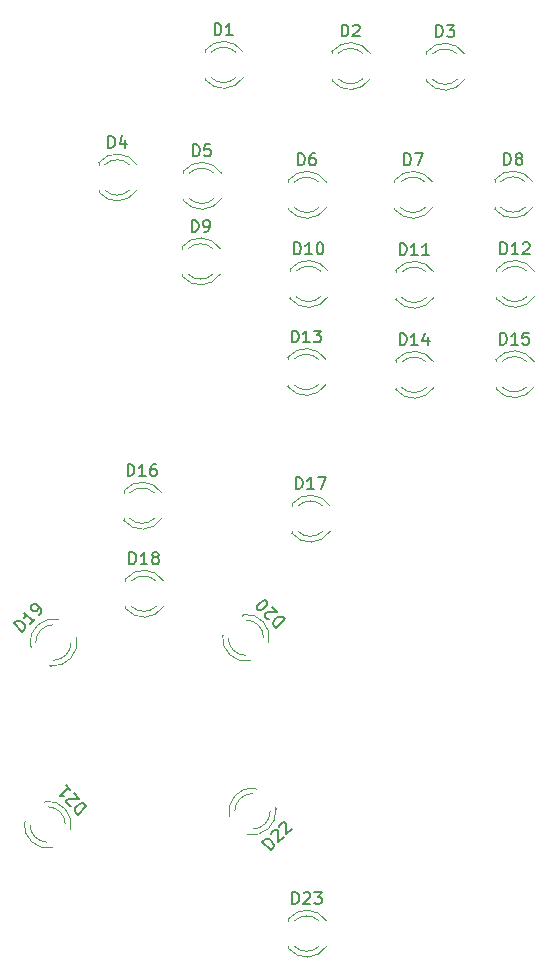
<source format=gbr>
%TF.GenerationSoftware,KiCad,Pcbnew,(6.0.7-1)-1*%
%TF.CreationDate,2023-10-29T11:46:33+10:00*%
%TF.ProjectId,Landing Gear Panel PCB V2,4c616e64-696e-4672-9047-656172205061,rev?*%
%TF.SameCoordinates,Original*%
%TF.FileFunction,Legend,Top*%
%TF.FilePolarity,Positive*%
%FSLAX46Y46*%
G04 Gerber Fmt 4.6, Leading zero omitted, Abs format (unit mm)*
G04 Created by KiCad (PCBNEW (6.0.7-1)-1) date 2023-10-29 11:46:33*
%MOMM*%
%LPD*%
G01*
G04 APERTURE LIST*
%ADD10C,0.150000*%
%ADD11C,0.120000*%
G04 APERTURE END LIST*
D10*
%TO.C,D1*%
X84756904Y-40342380D02*
X84756904Y-39342380D01*
X84995000Y-39342380D01*
X85137857Y-39390000D01*
X85233095Y-39485238D01*
X85280714Y-39580476D01*
X85328333Y-39770952D01*
X85328333Y-39913809D01*
X85280714Y-40104285D01*
X85233095Y-40199523D01*
X85137857Y-40294761D01*
X84995000Y-40342380D01*
X84756904Y-40342380D01*
X86280714Y-40342380D02*
X85709285Y-40342380D01*
X85995000Y-40342380D02*
X85995000Y-39342380D01*
X85899761Y-39485238D01*
X85804523Y-39580476D01*
X85709285Y-39628095D01*
%TO.C,D2*%
X95506904Y-40442380D02*
X95506904Y-39442380D01*
X95745000Y-39442380D01*
X95887857Y-39490000D01*
X95983095Y-39585238D01*
X96030714Y-39680476D01*
X96078333Y-39870952D01*
X96078333Y-40013809D01*
X96030714Y-40204285D01*
X95983095Y-40299523D01*
X95887857Y-40394761D01*
X95745000Y-40442380D01*
X95506904Y-40442380D01*
X96459285Y-39537619D02*
X96506904Y-39490000D01*
X96602142Y-39442380D01*
X96840238Y-39442380D01*
X96935476Y-39490000D01*
X96983095Y-39537619D01*
X97030714Y-39632857D01*
X97030714Y-39728095D01*
X96983095Y-39870952D01*
X96411666Y-40442380D01*
X97030714Y-40442380D01*
%TO.C,D3*%
X103506904Y-40492380D02*
X103506904Y-39492380D01*
X103745000Y-39492380D01*
X103887857Y-39540000D01*
X103983095Y-39635238D01*
X104030714Y-39730476D01*
X104078333Y-39920952D01*
X104078333Y-40063809D01*
X104030714Y-40254285D01*
X103983095Y-40349523D01*
X103887857Y-40444761D01*
X103745000Y-40492380D01*
X103506904Y-40492380D01*
X104411666Y-39492380D02*
X105030714Y-39492380D01*
X104697380Y-39873333D01*
X104840238Y-39873333D01*
X104935476Y-39920952D01*
X104983095Y-39968571D01*
X105030714Y-40063809D01*
X105030714Y-40301904D01*
X104983095Y-40397142D01*
X104935476Y-40444761D01*
X104840238Y-40492380D01*
X104554523Y-40492380D01*
X104459285Y-40444761D01*
X104411666Y-40397142D01*
%TO.C,D4*%
X75754104Y-49869180D02*
X75754104Y-48869180D01*
X75992200Y-48869180D01*
X76135057Y-48916800D01*
X76230295Y-49012038D01*
X76277914Y-49107276D01*
X76325533Y-49297752D01*
X76325533Y-49440609D01*
X76277914Y-49631085D01*
X76230295Y-49726323D01*
X76135057Y-49821561D01*
X75992200Y-49869180D01*
X75754104Y-49869180D01*
X77182676Y-49202514D02*
X77182676Y-49869180D01*
X76944580Y-48821561D02*
X76706485Y-49535847D01*
X77325533Y-49535847D01*
%TO.C,D5*%
X82916904Y-50580380D02*
X82916904Y-49580380D01*
X83155000Y-49580380D01*
X83297857Y-49628000D01*
X83393095Y-49723238D01*
X83440714Y-49818476D01*
X83488333Y-50008952D01*
X83488333Y-50151809D01*
X83440714Y-50342285D01*
X83393095Y-50437523D01*
X83297857Y-50532761D01*
X83155000Y-50580380D01*
X82916904Y-50580380D01*
X84393095Y-49580380D02*
X83916904Y-49580380D01*
X83869285Y-50056571D01*
X83916904Y-50008952D01*
X84012142Y-49961333D01*
X84250238Y-49961333D01*
X84345476Y-50008952D01*
X84393095Y-50056571D01*
X84440714Y-50151809D01*
X84440714Y-50389904D01*
X84393095Y-50485142D01*
X84345476Y-50532761D01*
X84250238Y-50580380D01*
X84012142Y-50580380D01*
X83916904Y-50532761D01*
X83869285Y-50485142D01*
%TO.C,D6*%
X91806904Y-51342380D02*
X91806904Y-50342380D01*
X92045000Y-50342380D01*
X92187857Y-50390000D01*
X92283095Y-50485238D01*
X92330714Y-50580476D01*
X92378333Y-50770952D01*
X92378333Y-50913809D01*
X92330714Y-51104285D01*
X92283095Y-51199523D01*
X92187857Y-51294761D01*
X92045000Y-51342380D01*
X91806904Y-51342380D01*
X93235476Y-50342380D02*
X93045000Y-50342380D01*
X92949761Y-50390000D01*
X92902142Y-50437619D01*
X92806904Y-50580476D01*
X92759285Y-50770952D01*
X92759285Y-51151904D01*
X92806904Y-51247142D01*
X92854523Y-51294761D01*
X92949761Y-51342380D01*
X93140238Y-51342380D01*
X93235476Y-51294761D01*
X93283095Y-51247142D01*
X93330714Y-51151904D01*
X93330714Y-50913809D01*
X93283095Y-50818571D01*
X93235476Y-50770952D01*
X93140238Y-50723333D01*
X92949761Y-50723333D01*
X92854523Y-50770952D01*
X92806904Y-50818571D01*
X92759285Y-50913809D01*
%TO.C,D7*%
X100798904Y-51342380D02*
X100798904Y-50342380D01*
X101037000Y-50342380D01*
X101179857Y-50390000D01*
X101275095Y-50485238D01*
X101322714Y-50580476D01*
X101370333Y-50770952D01*
X101370333Y-50913809D01*
X101322714Y-51104285D01*
X101275095Y-51199523D01*
X101179857Y-51294761D01*
X101037000Y-51342380D01*
X100798904Y-51342380D01*
X101703666Y-50342380D02*
X102370333Y-50342380D01*
X101941761Y-51342380D01*
%TO.C,D8*%
X109270904Y-51317180D02*
X109270904Y-50317180D01*
X109509000Y-50317180D01*
X109651857Y-50364800D01*
X109747095Y-50460038D01*
X109794714Y-50555276D01*
X109842333Y-50745752D01*
X109842333Y-50888609D01*
X109794714Y-51079085D01*
X109747095Y-51174323D01*
X109651857Y-51269561D01*
X109509000Y-51317180D01*
X109270904Y-51317180D01*
X110413761Y-50745752D02*
X110318523Y-50698133D01*
X110270904Y-50650514D01*
X110223285Y-50555276D01*
X110223285Y-50507657D01*
X110270904Y-50412419D01*
X110318523Y-50364800D01*
X110413761Y-50317180D01*
X110604238Y-50317180D01*
X110699476Y-50364800D01*
X110747095Y-50412419D01*
X110794714Y-50507657D01*
X110794714Y-50555276D01*
X110747095Y-50650514D01*
X110699476Y-50698133D01*
X110604238Y-50745752D01*
X110413761Y-50745752D01*
X110318523Y-50793371D01*
X110270904Y-50840990D01*
X110223285Y-50936228D01*
X110223285Y-51126704D01*
X110270904Y-51221942D01*
X110318523Y-51269561D01*
X110413761Y-51317180D01*
X110604238Y-51317180D01*
X110699476Y-51269561D01*
X110747095Y-51221942D01*
X110794714Y-51126704D01*
X110794714Y-50936228D01*
X110747095Y-50840990D01*
X110699476Y-50793371D01*
X110604238Y-50745752D01*
%TO.C,D9*%
X82815304Y-56981180D02*
X82815304Y-55981180D01*
X83053400Y-55981180D01*
X83196257Y-56028800D01*
X83291495Y-56124038D01*
X83339114Y-56219276D01*
X83386733Y-56409752D01*
X83386733Y-56552609D01*
X83339114Y-56743085D01*
X83291495Y-56838323D01*
X83196257Y-56933561D01*
X83053400Y-56981180D01*
X82815304Y-56981180D01*
X83862923Y-56981180D02*
X84053400Y-56981180D01*
X84148638Y-56933561D01*
X84196257Y-56885942D01*
X84291495Y-56743085D01*
X84339114Y-56552609D01*
X84339114Y-56171657D01*
X84291495Y-56076419D01*
X84243876Y-56028800D01*
X84148638Y-55981180D01*
X83958161Y-55981180D01*
X83862923Y-56028800D01*
X83815304Y-56076419D01*
X83767685Y-56171657D01*
X83767685Y-56409752D01*
X83815304Y-56504990D01*
X83862923Y-56552609D01*
X83958161Y-56600228D01*
X84148638Y-56600228D01*
X84243876Y-56552609D01*
X84291495Y-56504990D01*
X84339114Y-56409752D01*
%TO.C,D10*%
X91471514Y-58886380D02*
X91471514Y-57886380D01*
X91709609Y-57886380D01*
X91852466Y-57934000D01*
X91947704Y-58029238D01*
X91995323Y-58124476D01*
X92042942Y-58314952D01*
X92042942Y-58457809D01*
X91995323Y-58648285D01*
X91947704Y-58743523D01*
X91852466Y-58838761D01*
X91709609Y-58886380D01*
X91471514Y-58886380D01*
X92995323Y-58886380D02*
X92423895Y-58886380D01*
X92709609Y-58886380D02*
X92709609Y-57886380D01*
X92614371Y-58029238D01*
X92519133Y-58124476D01*
X92423895Y-58172095D01*
X93614371Y-57886380D02*
X93709609Y-57886380D01*
X93804847Y-57934000D01*
X93852466Y-57981619D01*
X93900085Y-58076857D01*
X93947704Y-58267333D01*
X93947704Y-58505428D01*
X93900085Y-58695904D01*
X93852466Y-58791142D01*
X93804847Y-58838761D01*
X93709609Y-58886380D01*
X93614371Y-58886380D01*
X93519133Y-58838761D01*
X93471514Y-58791142D01*
X93423895Y-58695904D01*
X93376276Y-58505428D01*
X93376276Y-58267333D01*
X93423895Y-58076857D01*
X93471514Y-57981619D01*
X93519133Y-57934000D01*
X93614371Y-57886380D01*
%TO.C,D11*%
X100423714Y-58962380D02*
X100423714Y-57962380D01*
X100661809Y-57962380D01*
X100804666Y-58010000D01*
X100899904Y-58105238D01*
X100947523Y-58200476D01*
X100995142Y-58390952D01*
X100995142Y-58533809D01*
X100947523Y-58724285D01*
X100899904Y-58819523D01*
X100804666Y-58914761D01*
X100661809Y-58962380D01*
X100423714Y-58962380D01*
X101947523Y-58962380D02*
X101376095Y-58962380D01*
X101661809Y-58962380D02*
X101661809Y-57962380D01*
X101566571Y-58105238D01*
X101471333Y-58200476D01*
X101376095Y-58248095D01*
X102899904Y-58962380D02*
X102328476Y-58962380D01*
X102614190Y-58962380D02*
X102614190Y-57962380D01*
X102518952Y-58105238D01*
X102423714Y-58200476D01*
X102328476Y-58248095D01*
%TO.C,D12*%
X108946714Y-58886380D02*
X108946714Y-57886380D01*
X109184809Y-57886380D01*
X109327666Y-57934000D01*
X109422904Y-58029238D01*
X109470523Y-58124476D01*
X109518142Y-58314952D01*
X109518142Y-58457809D01*
X109470523Y-58648285D01*
X109422904Y-58743523D01*
X109327666Y-58838761D01*
X109184809Y-58886380D01*
X108946714Y-58886380D01*
X110470523Y-58886380D02*
X109899095Y-58886380D01*
X110184809Y-58886380D02*
X110184809Y-57886380D01*
X110089571Y-58029238D01*
X109994333Y-58124476D01*
X109899095Y-58172095D01*
X110851476Y-57981619D02*
X110899095Y-57934000D01*
X110994333Y-57886380D01*
X111232428Y-57886380D01*
X111327666Y-57934000D01*
X111375285Y-57981619D01*
X111422904Y-58076857D01*
X111422904Y-58172095D01*
X111375285Y-58314952D01*
X110803857Y-58886380D01*
X111422904Y-58886380D01*
%TO.C,D13*%
X91280714Y-66342380D02*
X91280714Y-65342380D01*
X91518809Y-65342380D01*
X91661666Y-65390000D01*
X91756904Y-65485238D01*
X91804523Y-65580476D01*
X91852142Y-65770952D01*
X91852142Y-65913809D01*
X91804523Y-66104285D01*
X91756904Y-66199523D01*
X91661666Y-66294761D01*
X91518809Y-66342380D01*
X91280714Y-66342380D01*
X92804523Y-66342380D02*
X92233095Y-66342380D01*
X92518809Y-66342380D02*
X92518809Y-65342380D01*
X92423571Y-65485238D01*
X92328333Y-65580476D01*
X92233095Y-65628095D01*
X93137857Y-65342380D02*
X93756904Y-65342380D01*
X93423571Y-65723333D01*
X93566428Y-65723333D01*
X93661666Y-65770952D01*
X93709285Y-65818571D01*
X93756904Y-65913809D01*
X93756904Y-66151904D01*
X93709285Y-66247142D01*
X93661666Y-66294761D01*
X93566428Y-66342380D01*
X93280714Y-66342380D01*
X93185476Y-66294761D01*
X93137857Y-66247142D01*
%TO.C,D14*%
X100423714Y-66582380D02*
X100423714Y-65582380D01*
X100661809Y-65582380D01*
X100804666Y-65630000D01*
X100899904Y-65725238D01*
X100947523Y-65820476D01*
X100995142Y-66010952D01*
X100995142Y-66153809D01*
X100947523Y-66344285D01*
X100899904Y-66439523D01*
X100804666Y-66534761D01*
X100661809Y-66582380D01*
X100423714Y-66582380D01*
X101947523Y-66582380D02*
X101376095Y-66582380D01*
X101661809Y-66582380D02*
X101661809Y-65582380D01*
X101566571Y-65725238D01*
X101471333Y-65820476D01*
X101376095Y-65868095D01*
X102804666Y-65915714D02*
X102804666Y-66582380D01*
X102566571Y-65534761D02*
X102328476Y-66249047D01*
X102947523Y-66249047D01*
%TO.C,D15*%
X108907714Y-66531580D02*
X108907714Y-65531580D01*
X109145809Y-65531580D01*
X109288666Y-65579200D01*
X109383904Y-65674438D01*
X109431523Y-65769676D01*
X109479142Y-65960152D01*
X109479142Y-66103009D01*
X109431523Y-66293485D01*
X109383904Y-66388723D01*
X109288666Y-66483961D01*
X109145809Y-66531580D01*
X108907714Y-66531580D01*
X110431523Y-66531580D02*
X109860095Y-66531580D01*
X110145809Y-66531580D02*
X110145809Y-65531580D01*
X110050571Y-65674438D01*
X109955333Y-65769676D01*
X109860095Y-65817295D01*
X111336285Y-65531580D02*
X110860095Y-65531580D01*
X110812476Y-66007771D01*
X110860095Y-65960152D01*
X110955333Y-65912533D01*
X111193428Y-65912533D01*
X111288666Y-65960152D01*
X111336285Y-66007771D01*
X111383904Y-66103009D01*
X111383904Y-66341104D01*
X111336285Y-66436342D01*
X111288666Y-66483961D01*
X111193428Y-66531580D01*
X110955333Y-66531580D01*
X110860095Y-66483961D01*
X110812476Y-66436342D01*
%TO.C,D16*%
X77386314Y-77658380D02*
X77386314Y-76658380D01*
X77624409Y-76658380D01*
X77767266Y-76706000D01*
X77862504Y-76801238D01*
X77910123Y-76896476D01*
X77957742Y-77086952D01*
X77957742Y-77229809D01*
X77910123Y-77420285D01*
X77862504Y-77515523D01*
X77767266Y-77610761D01*
X77624409Y-77658380D01*
X77386314Y-77658380D01*
X78910123Y-77658380D02*
X78338695Y-77658380D01*
X78624409Y-77658380D02*
X78624409Y-76658380D01*
X78529171Y-76801238D01*
X78433933Y-76896476D01*
X78338695Y-76944095D01*
X79767266Y-76658380D02*
X79576790Y-76658380D01*
X79481552Y-76706000D01*
X79433933Y-76753619D01*
X79338695Y-76896476D01*
X79291076Y-77086952D01*
X79291076Y-77467904D01*
X79338695Y-77563142D01*
X79386314Y-77610761D01*
X79481552Y-77658380D01*
X79672028Y-77658380D01*
X79767266Y-77610761D01*
X79814885Y-77563142D01*
X79862504Y-77467904D01*
X79862504Y-77229809D01*
X79814885Y-77134571D01*
X79767266Y-77086952D01*
X79672028Y-77039333D01*
X79481552Y-77039333D01*
X79386314Y-77086952D01*
X79338695Y-77134571D01*
X79291076Y-77229809D01*
%TO.C,D17*%
X91636314Y-78758380D02*
X91636314Y-77758380D01*
X91874409Y-77758380D01*
X92017266Y-77806000D01*
X92112504Y-77901238D01*
X92160123Y-77996476D01*
X92207742Y-78186952D01*
X92207742Y-78329809D01*
X92160123Y-78520285D01*
X92112504Y-78615523D01*
X92017266Y-78710761D01*
X91874409Y-78758380D01*
X91636314Y-78758380D01*
X93160123Y-78758380D02*
X92588695Y-78758380D01*
X92874409Y-78758380D02*
X92874409Y-77758380D01*
X92779171Y-77901238D01*
X92683933Y-77996476D01*
X92588695Y-78044095D01*
X93493457Y-77758380D02*
X94160123Y-77758380D01*
X93731552Y-78758380D01*
%TO.C,D18*%
X77536314Y-85113580D02*
X77536314Y-84113580D01*
X77774409Y-84113580D01*
X77917266Y-84161200D01*
X78012504Y-84256438D01*
X78060123Y-84351676D01*
X78107742Y-84542152D01*
X78107742Y-84685009D01*
X78060123Y-84875485D01*
X78012504Y-84970723D01*
X77917266Y-85065961D01*
X77774409Y-85113580D01*
X77536314Y-85113580D01*
X79060123Y-85113580D02*
X78488695Y-85113580D01*
X78774409Y-85113580D02*
X78774409Y-84113580D01*
X78679171Y-84256438D01*
X78583933Y-84351676D01*
X78488695Y-84399295D01*
X79631552Y-84542152D02*
X79536314Y-84494533D01*
X79488695Y-84446914D01*
X79441076Y-84351676D01*
X79441076Y-84304057D01*
X79488695Y-84208819D01*
X79536314Y-84161200D01*
X79631552Y-84113580D01*
X79822028Y-84113580D01*
X79917266Y-84161200D01*
X79964885Y-84208819D01*
X80012504Y-84304057D01*
X80012504Y-84351676D01*
X79964885Y-84446914D01*
X79917266Y-84494533D01*
X79822028Y-84542152D01*
X79631552Y-84542152D01*
X79536314Y-84589771D01*
X79488695Y-84637390D01*
X79441076Y-84732628D01*
X79441076Y-84923104D01*
X79488695Y-85018342D01*
X79536314Y-85065961D01*
X79631552Y-85113580D01*
X79822028Y-85113580D01*
X79917266Y-85065961D01*
X79964885Y-85018342D01*
X80012504Y-84923104D01*
X80012504Y-84732628D01*
X79964885Y-84637390D01*
X79917266Y-84589771D01*
X79822028Y-84542152D01*
%TO.C,D19*%
X68464641Y-90839049D02*
X67757535Y-90131942D01*
X67925893Y-89963583D01*
X68060580Y-89896240D01*
X68195267Y-89896240D01*
X68296283Y-89929912D01*
X68464641Y-90030927D01*
X68565657Y-90131942D01*
X68666672Y-90300301D01*
X68700344Y-90401316D01*
X68700344Y-90536003D01*
X68633000Y-90670690D01*
X68464641Y-90839049D01*
X69542138Y-89761553D02*
X69138077Y-90165614D01*
X69340107Y-89963583D02*
X68633000Y-89256476D01*
X68666672Y-89424835D01*
X68666672Y-89559522D01*
X68633000Y-89660538D01*
X69878855Y-89424835D02*
X70013542Y-89290148D01*
X70047214Y-89189133D01*
X70047214Y-89121789D01*
X70013542Y-88953431D01*
X69912527Y-88785072D01*
X69643153Y-88515698D01*
X69542138Y-88482026D01*
X69474794Y-88482026D01*
X69373779Y-88515698D01*
X69239092Y-88650385D01*
X69205420Y-88751400D01*
X69205420Y-88818744D01*
X69239092Y-88919759D01*
X69407451Y-89088118D01*
X69508466Y-89121789D01*
X69575809Y-89121789D01*
X69676825Y-89088118D01*
X69811512Y-88953431D01*
X69845183Y-88852415D01*
X69845183Y-88785072D01*
X69811512Y-88684057D01*
%TO.C,D20*%
X90667973Y-89792138D02*
X89960866Y-90499244D01*
X89792507Y-90330886D01*
X89725164Y-90196199D01*
X89725164Y-90061512D01*
X89758836Y-89960496D01*
X89859851Y-89792138D01*
X89960866Y-89691122D01*
X90129225Y-89590107D01*
X90230240Y-89556435D01*
X90364927Y-89556435D01*
X90499614Y-89623779D01*
X90667973Y-89792138D01*
X89354774Y-89758466D02*
X89287431Y-89758466D01*
X89186416Y-89724794D01*
X89018057Y-89556435D01*
X88984385Y-89455420D01*
X88984385Y-89388077D01*
X89018057Y-89287061D01*
X89085400Y-89219718D01*
X89220087Y-89152374D01*
X90028210Y-89152374D01*
X89590477Y-88714641D01*
X88445637Y-88984015D02*
X88378294Y-88916672D01*
X88344622Y-88815657D01*
X88344622Y-88748313D01*
X88378294Y-88647298D01*
X88479309Y-88478939D01*
X88647668Y-88310580D01*
X88816026Y-88209565D01*
X88917042Y-88175893D01*
X88984385Y-88175893D01*
X89085400Y-88209565D01*
X89152744Y-88276909D01*
X89186416Y-88377924D01*
X89186416Y-88445267D01*
X89152744Y-88546283D01*
X89051729Y-88714641D01*
X88883370Y-88883000D01*
X88715011Y-88984015D01*
X88613996Y-89017687D01*
X88546652Y-89017687D01*
X88445637Y-88984015D01*
%TO.C,D21*%
X73877773Y-105608738D02*
X73170666Y-106315844D01*
X73002307Y-106147486D01*
X72934964Y-106012799D01*
X72934964Y-105878112D01*
X72968636Y-105777096D01*
X73069651Y-105608738D01*
X73170666Y-105507722D01*
X73339025Y-105406707D01*
X73440040Y-105373035D01*
X73574727Y-105373035D01*
X73709414Y-105440379D01*
X73877773Y-105608738D01*
X72564574Y-105575066D02*
X72497231Y-105575066D01*
X72396216Y-105541394D01*
X72227857Y-105373035D01*
X72194185Y-105272020D01*
X72194185Y-105204677D01*
X72227857Y-105103661D01*
X72295200Y-105036318D01*
X72429887Y-104968974D01*
X73238010Y-104968974D01*
X72800277Y-104531241D01*
X72126842Y-103857806D02*
X72530903Y-104261867D01*
X72328872Y-104059837D02*
X71621765Y-104766944D01*
X71790124Y-104733272D01*
X71924811Y-104733272D01*
X72025826Y-104766944D01*
%TO.C,D22*%
X89506261Y-109319573D02*
X88799155Y-108612466D01*
X88967513Y-108444107D01*
X89102200Y-108376764D01*
X89236887Y-108376764D01*
X89337903Y-108410436D01*
X89506261Y-108511451D01*
X89607277Y-108612466D01*
X89708292Y-108780825D01*
X89741964Y-108881840D01*
X89741964Y-109016527D01*
X89674620Y-109151214D01*
X89506261Y-109319573D01*
X89539933Y-108006374D02*
X89539933Y-107939031D01*
X89573605Y-107838016D01*
X89741964Y-107669657D01*
X89842979Y-107635985D01*
X89910322Y-107635985D01*
X90011338Y-107669657D01*
X90078681Y-107737000D01*
X90146025Y-107871687D01*
X90146025Y-108679810D01*
X90583758Y-108242077D01*
X90213368Y-107332939D02*
X90213368Y-107265596D01*
X90247040Y-107164581D01*
X90415399Y-106996222D01*
X90516414Y-106962550D01*
X90583758Y-106962550D01*
X90684773Y-106996222D01*
X90752116Y-107063565D01*
X90819460Y-107198252D01*
X90819460Y-108006374D01*
X91257193Y-107568642D01*
%TO.C,D23*%
X91330714Y-113892380D02*
X91330714Y-112892380D01*
X91568809Y-112892380D01*
X91711666Y-112940000D01*
X91806904Y-113035238D01*
X91854523Y-113130476D01*
X91902142Y-113320952D01*
X91902142Y-113463809D01*
X91854523Y-113654285D01*
X91806904Y-113749523D01*
X91711666Y-113844761D01*
X91568809Y-113892380D01*
X91330714Y-113892380D01*
X92283095Y-112987619D02*
X92330714Y-112940000D01*
X92425952Y-112892380D01*
X92664047Y-112892380D01*
X92759285Y-112940000D01*
X92806904Y-112987619D01*
X92854523Y-113082857D01*
X92854523Y-113178095D01*
X92806904Y-113320952D01*
X92235476Y-113892380D01*
X92854523Y-113892380D01*
X93187857Y-112892380D02*
X93806904Y-112892380D01*
X93473571Y-113273333D01*
X93616428Y-113273333D01*
X93711666Y-113320952D01*
X93759285Y-113368571D01*
X93806904Y-113463809D01*
X93806904Y-113701904D01*
X93759285Y-113797142D01*
X93711666Y-113844761D01*
X93616428Y-113892380D01*
X93330714Y-113892380D01*
X93235476Y-113844761D01*
X93187857Y-113797142D01*
D11*
%TO.C,D1*%
X83935000Y-41614000D02*
X83935000Y-41770000D01*
X83935000Y-43930000D02*
X83935000Y-44086000D01*
X86536130Y-41770163D02*
G75*
G03*
X84454039Y-41770000I-1041130J-1079837D01*
G01*
X84454039Y-43930000D02*
G75*
G03*
X86536130Y-43929837I1040961J1080000D01*
G01*
X83935000Y-44085516D02*
G75*
G03*
X87167335Y-43928608I1560000J1235516D01*
G01*
X87167335Y-41771392D02*
G75*
G03*
X83935000Y-41614484I-1672335J-1078608D01*
G01*
%TO.C,D2*%
X94685000Y-41714000D02*
X94685000Y-41870000D01*
X94685000Y-44030000D02*
X94685000Y-44186000D01*
X97286130Y-41870163D02*
G75*
G03*
X95204039Y-41870000I-1041130J-1079837D01*
G01*
X97917335Y-41871392D02*
G75*
G03*
X94685000Y-41714484I-1672335J-1078608D01*
G01*
X95204039Y-44030000D02*
G75*
G03*
X97286130Y-44029837I1040961J1080000D01*
G01*
X94685000Y-44185516D02*
G75*
G03*
X97917335Y-44028608I1560000J1235516D01*
G01*
%TO.C,D3*%
X102685000Y-41764000D02*
X102685000Y-41920000D01*
X102685000Y-44080000D02*
X102685000Y-44236000D01*
X103204039Y-44080000D02*
G75*
G03*
X105286130Y-44079837I1040961J1080000D01*
G01*
X102685000Y-44235516D02*
G75*
G03*
X105917335Y-44078608I1560000J1235516D01*
G01*
X105917335Y-41921392D02*
G75*
G03*
X102685000Y-41764484I-1672335J-1078608D01*
G01*
X105286130Y-41920163D02*
G75*
G03*
X103204039Y-41920000I-1041130J-1079837D01*
G01*
%TO.C,D4*%
X74932200Y-51140800D02*
X74932200Y-51296800D01*
X74932200Y-53456800D02*
X74932200Y-53612800D01*
X75451239Y-53456800D02*
G75*
G03*
X77533330Y-53456637I1040961J1080000D01*
G01*
X74932200Y-53612316D02*
G75*
G03*
X78164535Y-53455408I1560000J1235516D01*
G01*
X77533330Y-51296963D02*
G75*
G03*
X75451239Y-51296800I-1041130J-1079837D01*
G01*
X78164535Y-51298192D02*
G75*
G03*
X74932200Y-51141284I-1672335J-1078608D01*
G01*
%TO.C,D5*%
X82095000Y-54168000D02*
X82095000Y-54324000D01*
X82095000Y-51852000D02*
X82095000Y-52008000D01*
X84696130Y-52008163D02*
G75*
G03*
X82614039Y-52008000I-1041130J-1079837D01*
G01*
X82614039Y-54168000D02*
G75*
G03*
X84696130Y-54167837I1040961J1080000D01*
G01*
X85327335Y-52009392D02*
G75*
G03*
X82095000Y-51852484I-1672335J-1078608D01*
G01*
X82095000Y-54323516D02*
G75*
G03*
X85327335Y-54166608I1560000J1235516D01*
G01*
%TO.C,D6*%
X90985000Y-54930000D02*
X90985000Y-55086000D01*
X90985000Y-52614000D02*
X90985000Y-52770000D01*
X91504039Y-54930000D02*
G75*
G03*
X93586130Y-54929837I1040961J1080000D01*
G01*
X93586130Y-52770163D02*
G75*
G03*
X91504039Y-52770000I-1041130J-1079837D01*
G01*
X94217335Y-52771392D02*
G75*
G03*
X90985000Y-52614484I-1672335J-1078608D01*
G01*
X90985000Y-55085516D02*
G75*
G03*
X94217335Y-54928608I1560000J1235516D01*
G01*
%TO.C,D7*%
X99977000Y-52614000D02*
X99977000Y-52770000D01*
X99977000Y-54930000D02*
X99977000Y-55086000D01*
X102578130Y-52770163D02*
G75*
G03*
X100496039Y-52770000I-1041130J-1079837D01*
G01*
X103209335Y-52771392D02*
G75*
G03*
X99977000Y-52614484I-1672335J-1078608D01*
G01*
X99977000Y-55085516D02*
G75*
G03*
X103209335Y-54928608I1560000J1235516D01*
G01*
X100496039Y-54930000D02*
G75*
G03*
X102578130Y-54929837I1040961J1080000D01*
G01*
%TO.C,D8*%
X108449000Y-54904800D02*
X108449000Y-55060800D01*
X108449000Y-52588800D02*
X108449000Y-52744800D01*
X108968039Y-54904800D02*
G75*
G03*
X111050130Y-54904637I1040961J1080000D01*
G01*
X108449000Y-55060316D02*
G75*
G03*
X111681335Y-54903408I1560000J1235516D01*
G01*
X111681335Y-52746192D02*
G75*
G03*
X108449000Y-52589284I-1672335J-1078608D01*
G01*
X111050130Y-52744963D02*
G75*
G03*
X108968039Y-52744800I-1041130J-1079837D01*
G01*
%TO.C,D9*%
X81993400Y-58252800D02*
X81993400Y-58408800D01*
X81993400Y-60568800D02*
X81993400Y-60724800D01*
X85225735Y-58410192D02*
G75*
G03*
X81993400Y-58253284I-1672335J-1078608D01*
G01*
X84594530Y-58408963D02*
G75*
G03*
X82512439Y-58408800I-1041130J-1079837D01*
G01*
X82512439Y-60568800D02*
G75*
G03*
X84594530Y-60568637I1040961J1080000D01*
G01*
X81993400Y-60724316D02*
G75*
G03*
X85225735Y-60567408I1560000J1235516D01*
G01*
%TO.C,D10*%
X91125800Y-62474000D02*
X91125800Y-62630000D01*
X91125800Y-60158000D02*
X91125800Y-60314000D01*
X91644839Y-62474000D02*
G75*
G03*
X93726930Y-62473837I1040961J1080000D01*
G01*
X94358135Y-60315392D02*
G75*
G03*
X91125800Y-60158484I-1672335J-1078608D01*
G01*
X93726930Y-60314163D02*
G75*
G03*
X91644839Y-60314000I-1041130J-1079837D01*
G01*
X91125800Y-62629516D02*
G75*
G03*
X94358135Y-62472608I1560000J1235516D01*
G01*
%TO.C,D11*%
X100078000Y-60234000D02*
X100078000Y-60390000D01*
X100078000Y-62550000D02*
X100078000Y-62706000D01*
X100597039Y-62550000D02*
G75*
G03*
X102679130Y-62549837I1040961J1080000D01*
G01*
X100078000Y-62705516D02*
G75*
G03*
X103310335Y-62548608I1560000J1235516D01*
G01*
X102679130Y-60390163D02*
G75*
G03*
X100597039Y-60390000I-1041130J-1079837D01*
G01*
X103310335Y-60391392D02*
G75*
G03*
X100078000Y-60234484I-1672335J-1078608D01*
G01*
%TO.C,D12*%
X108601000Y-60158000D02*
X108601000Y-60314000D01*
X108601000Y-62474000D02*
X108601000Y-62630000D01*
X111202130Y-60314163D02*
G75*
G03*
X109120039Y-60314000I-1041130J-1079837D01*
G01*
X108601000Y-62629516D02*
G75*
G03*
X111833335Y-62472608I1560000J1235516D01*
G01*
X111833335Y-60315392D02*
G75*
G03*
X108601000Y-60158484I-1672335J-1078608D01*
G01*
X109120039Y-62474000D02*
G75*
G03*
X111202130Y-62473837I1040961J1080000D01*
G01*
%TO.C,D13*%
X90935000Y-67614000D02*
X90935000Y-67770000D01*
X90935000Y-69930000D02*
X90935000Y-70086000D01*
X91454039Y-69930000D02*
G75*
G03*
X93536130Y-69929837I1040961J1080000D01*
G01*
X90935000Y-70085516D02*
G75*
G03*
X94167335Y-69928608I1560000J1235516D01*
G01*
X94167335Y-67771392D02*
G75*
G03*
X90935000Y-67614484I-1672335J-1078608D01*
G01*
X93536130Y-67770163D02*
G75*
G03*
X91454039Y-67770000I-1041130J-1079837D01*
G01*
%TO.C,D14*%
X100078000Y-67854000D02*
X100078000Y-68010000D01*
X100078000Y-70170000D02*
X100078000Y-70326000D01*
X103310335Y-68011392D02*
G75*
G03*
X100078000Y-67854484I-1672335J-1078608D01*
G01*
X102679130Y-68010163D02*
G75*
G03*
X100597039Y-68010000I-1041130J-1079837D01*
G01*
X100078000Y-70325516D02*
G75*
G03*
X103310335Y-70168608I1560000J1235516D01*
G01*
X100597039Y-70170000D02*
G75*
G03*
X102679130Y-70169837I1040961J1080000D01*
G01*
%TO.C,D15*%
X108562000Y-67803200D02*
X108562000Y-67959200D01*
X108562000Y-70119200D02*
X108562000Y-70275200D01*
X108562000Y-70274716D02*
G75*
G03*
X111794335Y-70117808I1560000J1235516D01*
G01*
X111163130Y-67959363D02*
G75*
G03*
X109081039Y-67959200I-1041130J-1079837D01*
G01*
X111794335Y-67960592D02*
G75*
G03*
X108562000Y-67803684I-1672335J-1078608D01*
G01*
X109081039Y-70119200D02*
G75*
G03*
X111163130Y-70119037I1040961J1080000D01*
G01*
%TO.C,D16*%
X77040600Y-78930000D02*
X77040600Y-79086000D01*
X77040600Y-81246000D02*
X77040600Y-81402000D01*
X79641730Y-79086163D02*
G75*
G03*
X77559639Y-79086000I-1041130J-1079837D01*
G01*
X80272935Y-79087392D02*
G75*
G03*
X77040600Y-78930484I-1672335J-1078608D01*
G01*
X77559639Y-81246000D02*
G75*
G03*
X79641730Y-81245837I1040961J1080000D01*
G01*
X77040600Y-81401516D02*
G75*
G03*
X80272935Y-81244608I1560000J1235516D01*
G01*
%TO.C,D17*%
X91290600Y-80030000D02*
X91290600Y-80186000D01*
X91290600Y-82346000D02*
X91290600Y-82502000D01*
X93891730Y-80186163D02*
G75*
G03*
X91809639Y-80186000I-1041130J-1079837D01*
G01*
X91290600Y-82501516D02*
G75*
G03*
X94522935Y-82344608I1560000J1235516D01*
G01*
X91809639Y-82346000D02*
G75*
G03*
X93891730Y-82345837I1040961J1080000D01*
G01*
X94522935Y-80187392D02*
G75*
G03*
X91290600Y-80030484I-1672335J-1078608D01*
G01*
%TO.C,D18*%
X77190600Y-88701200D02*
X77190600Y-88857200D01*
X77190600Y-86385200D02*
X77190600Y-86541200D01*
X77190600Y-88856716D02*
G75*
G03*
X80422935Y-88699808I1560000J1235516D01*
G01*
X79791730Y-86541363D02*
G75*
G03*
X77709639Y-86541200I-1041130J-1079837D01*
G01*
X77709639Y-88701200D02*
G75*
G03*
X79791730Y-88701037I1040961J1080000D01*
G01*
X80422935Y-86542592D02*
G75*
G03*
X77190600Y-86385684I-1672335J-1078608D01*
G01*
%TO.C,D19*%
X69119355Y-91982677D02*
X69229664Y-92092986D01*
X70757014Y-93620336D02*
X70867323Y-93730645D01*
X71124030Y-93253320D02*
G75*
G03*
X72596176Y-91780944I-27604J1499746D01*
G01*
X71516254Y-89808362D02*
G75*
G03*
X69119697Y-91983019I-419828J-1945212D01*
G01*
X70866981Y-93730301D02*
G75*
G03*
X73041636Y-91333746I229445J1976727D01*
G01*
X71069056Y-90253824D02*
G75*
G03*
X69596680Y-91725970I27370J-1499750D01*
G01*
%TO.C,D20*%
X85529664Y-91007014D02*
X85419355Y-91117323D01*
X87167323Y-89369355D02*
X87057014Y-89479664D01*
X85419699Y-91116981D02*
G75*
G03*
X87816254Y-93291636I1976727J-229445D01*
G01*
X88896176Y-91319056D02*
G75*
G03*
X87424030Y-89846680I-1499750J-27370D01*
G01*
X89341638Y-91766254D02*
G75*
G03*
X87166981Y-89369697I-1945212J419828D01*
G01*
X85896680Y-91374030D02*
G75*
G03*
X87369056Y-92846176I1499746J27604D01*
G01*
%TO.C,D21*%
X68739464Y-106823614D02*
X68629155Y-106933923D01*
X70377123Y-105185955D02*
X70266814Y-105296264D01*
X72105976Y-107135656D02*
G75*
G03*
X70633830Y-105663280I-1499750J-27370D01*
G01*
X72551438Y-107582854D02*
G75*
G03*
X70376781Y-105186297I-1945212J419828D01*
G01*
X69106480Y-107190630D02*
G75*
G03*
X70578856Y-108662776I1499746J27604D01*
G01*
X68629499Y-106933581D02*
G75*
G03*
X71026054Y-109108236I1976727J-229445D01*
G01*
%TO.C,D22*%
X89929045Y-105818923D02*
X89818736Y-105708614D01*
X88291386Y-104181264D02*
X88181077Y-104070955D01*
X87924370Y-104548280D02*
G75*
G03*
X86452224Y-106020656I27604J-1499746D01*
G01*
X87979344Y-107547776D02*
G75*
G03*
X89451720Y-106075630I-27370J1499750D01*
G01*
X88181419Y-104071299D02*
G75*
G03*
X86006764Y-106467854I-229445J-1976727D01*
G01*
X87532146Y-107993238D02*
G75*
G03*
X89928703Y-105818581I419828J1945212D01*
G01*
%TO.C,D23*%
X90985000Y-117480000D02*
X90985000Y-117636000D01*
X90985000Y-115164000D02*
X90985000Y-115320000D01*
X91504039Y-117480000D02*
G75*
G03*
X93586130Y-117479837I1040961J1080000D01*
G01*
X90985000Y-117635516D02*
G75*
G03*
X94217335Y-117478608I1560000J1235516D01*
G01*
X93586130Y-115320163D02*
G75*
G03*
X91504039Y-115320000I-1041130J-1079837D01*
G01*
X94217335Y-115321392D02*
G75*
G03*
X90985000Y-115164484I-1672335J-1078608D01*
G01*
%TD*%
M02*

</source>
